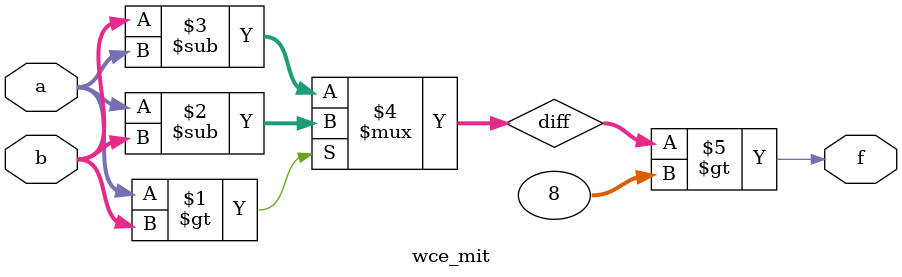
<source format=v>
module wce_mit(a, b, f);
parameter _bit = 8;
parameter wce = 8;
input [_bit - 1: 0] a;
input [_bit - 1: 0] b;
output f;
wire [_bit - 1: 0] diff;
assign diff = (a > b)? (a - b): (b - a);
assign f = (diff > wce);
endmodule

</source>
